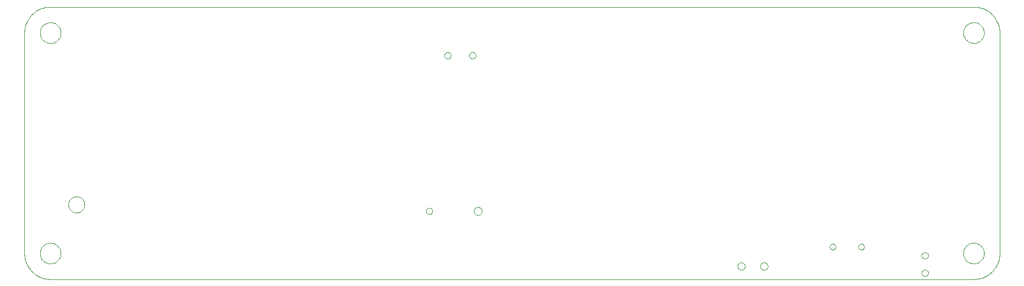
<source format=gbo>
G75*
G70*
%OFA0B0*%
%FSLAX24Y24*%
%IPPOS*%
%LPD*%
%AMOC8*
5,1,8,0,0,1.08239X$1,22.5*
%
%ADD10C,0.0000*%
D10*
X001725Y001109D02*
X057630Y001109D01*
X054481Y001483D02*
X054483Y001510D01*
X054489Y001537D01*
X054498Y001563D01*
X054511Y001587D01*
X054527Y001610D01*
X054546Y001629D01*
X054568Y001646D01*
X054592Y001660D01*
X054617Y001670D01*
X054644Y001677D01*
X054671Y001680D01*
X054699Y001679D01*
X054726Y001674D01*
X054752Y001666D01*
X054776Y001654D01*
X054799Y001638D01*
X054820Y001620D01*
X054837Y001599D01*
X054852Y001575D01*
X054863Y001550D01*
X054871Y001524D01*
X054875Y001497D01*
X054875Y001469D01*
X054871Y001442D01*
X054863Y001416D01*
X054852Y001391D01*
X054837Y001367D01*
X054820Y001346D01*
X054799Y001328D01*
X054777Y001312D01*
X054752Y001300D01*
X054726Y001292D01*
X054699Y001287D01*
X054671Y001286D01*
X054644Y001289D01*
X054617Y001296D01*
X054592Y001306D01*
X054568Y001320D01*
X054546Y001337D01*
X054527Y001356D01*
X054511Y001379D01*
X054498Y001403D01*
X054489Y001429D01*
X054483Y001456D01*
X054481Y001483D01*
X054481Y002546D02*
X054483Y002573D01*
X054489Y002600D01*
X054498Y002626D01*
X054511Y002650D01*
X054527Y002673D01*
X054546Y002692D01*
X054568Y002709D01*
X054592Y002723D01*
X054617Y002733D01*
X054644Y002740D01*
X054671Y002743D01*
X054699Y002742D01*
X054726Y002737D01*
X054752Y002729D01*
X054776Y002717D01*
X054799Y002701D01*
X054820Y002683D01*
X054837Y002662D01*
X054852Y002638D01*
X054863Y002613D01*
X054871Y002587D01*
X054875Y002560D01*
X054875Y002532D01*
X054871Y002505D01*
X054863Y002479D01*
X054852Y002454D01*
X054837Y002430D01*
X054820Y002409D01*
X054799Y002391D01*
X054777Y002375D01*
X054752Y002363D01*
X054726Y002355D01*
X054699Y002350D01*
X054671Y002349D01*
X054644Y002352D01*
X054617Y002359D01*
X054592Y002369D01*
X054568Y002383D01*
X054546Y002400D01*
X054527Y002419D01*
X054511Y002442D01*
X054498Y002466D01*
X054489Y002492D01*
X054483Y002519D01*
X054481Y002546D01*
X057000Y002684D02*
X057002Y002734D01*
X057008Y002784D01*
X057018Y002833D01*
X057032Y002881D01*
X057049Y002928D01*
X057070Y002973D01*
X057095Y003017D01*
X057123Y003058D01*
X057155Y003097D01*
X057189Y003134D01*
X057226Y003168D01*
X057266Y003198D01*
X057308Y003225D01*
X057352Y003249D01*
X057398Y003270D01*
X057445Y003286D01*
X057493Y003299D01*
X057543Y003308D01*
X057592Y003313D01*
X057643Y003314D01*
X057693Y003311D01*
X057742Y003304D01*
X057791Y003293D01*
X057839Y003278D01*
X057885Y003260D01*
X057930Y003238D01*
X057973Y003212D01*
X058014Y003183D01*
X058053Y003151D01*
X058089Y003116D01*
X058121Y003078D01*
X058151Y003038D01*
X058178Y002995D01*
X058201Y002951D01*
X058220Y002905D01*
X058236Y002857D01*
X058248Y002808D01*
X058256Y002759D01*
X058260Y002709D01*
X058260Y002659D01*
X058256Y002609D01*
X058248Y002560D01*
X058236Y002511D01*
X058220Y002463D01*
X058201Y002417D01*
X058178Y002373D01*
X058151Y002330D01*
X058121Y002290D01*
X058089Y002252D01*
X058053Y002217D01*
X058014Y002185D01*
X057973Y002156D01*
X057930Y002130D01*
X057885Y002108D01*
X057839Y002090D01*
X057791Y002075D01*
X057742Y002064D01*
X057693Y002057D01*
X057643Y002054D01*
X057592Y002055D01*
X057543Y002060D01*
X057493Y002069D01*
X057445Y002082D01*
X057398Y002098D01*
X057352Y002119D01*
X057308Y002143D01*
X057266Y002170D01*
X057226Y002200D01*
X057189Y002234D01*
X057155Y002271D01*
X057123Y002310D01*
X057095Y002351D01*
X057070Y002395D01*
X057049Y002440D01*
X057032Y002487D01*
X057018Y002535D01*
X057008Y002584D01*
X057002Y002634D01*
X057000Y002684D01*
X057630Y001109D02*
X057707Y001111D01*
X057784Y001117D01*
X057861Y001126D01*
X057937Y001139D01*
X058013Y001156D01*
X058087Y001177D01*
X058161Y001201D01*
X058233Y001229D01*
X058303Y001260D01*
X058372Y001295D01*
X058440Y001333D01*
X058505Y001374D01*
X058568Y001419D01*
X058629Y001467D01*
X058688Y001517D01*
X058744Y001570D01*
X058797Y001626D01*
X058847Y001685D01*
X058895Y001746D01*
X058940Y001809D01*
X058981Y001874D01*
X059019Y001942D01*
X059054Y002011D01*
X059085Y002081D01*
X059113Y002153D01*
X059137Y002227D01*
X059158Y002301D01*
X059175Y002377D01*
X059188Y002453D01*
X059197Y002530D01*
X059203Y002607D01*
X059205Y002684D01*
X059205Y016070D01*
X057000Y016070D02*
X057002Y016120D01*
X057008Y016170D01*
X057018Y016219D01*
X057032Y016267D01*
X057049Y016314D01*
X057070Y016359D01*
X057095Y016403D01*
X057123Y016444D01*
X057155Y016483D01*
X057189Y016520D01*
X057226Y016554D01*
X057266Y016584D01*
X057308Y016611D01*
X057352Y016635D01*
X057398Y016656D01*
X057445Y016672D01*
X057493Y016685D01*
X057543Y016694D01*
X057592Y016699D01*
X057643Y016700D01*
X057693Y016697D01*
X057742Y016690D01*
X057791Y016679D01*
X057839Y016664D01*
X057885Y016646D01*
X057930Y016624D01*
X057973Y016598D01*
X058014Y016569D01*
X058053Y016537D01*
X058089Y016502D01*
X058121Y016464D01*
X058151Y016424D01*
X058178Y016381D01*
X058201Y016337D01*
X058220Y016291D01*
X058236Y016243D01*
X058248Y016194D01*
X058256Y016145D01*
X058260Y016095D01*
X058260Y016045D01*
X058256Y015995D01*
X058248Y015946D01*
X058236Y015897D01*
X058220Y015849D01*
X058201Y015803D01*
X058178Y015759D01*
X058151Y015716D01*
X058121Y015676D01*
X058089Y015638D01*
X058053Y015603D01*
X058014Y015571D01*
X057973Y015542D01*
X057930Y015516D01*
X057885Y015494D01*
X057839Y015476D01*
X057791Y015461D01*
X057742Y015450D01*
X057693Y015443D01*
X057643Y015440D01*
X057592Y015441D01*
X057543Y015446D01*
X057493Y015455D01*
X057445Y015468D01*
X057398Y015484D01*
X057352Y015505D01*
X057308Y015529D01*
X057266Y015556D01*
X057226Y015586D01*
X057189Y015620D01*
X057155Y015657D01*
X057123Y015696D01*
X057095Y015737D01*
X057070Y015781D01*
X057049Y015826D01*
X057032Y015873D01*
X057018Y015921D01*
X057008Y015970D01*
X057002Y016020D01*
X057000Y016070D01*
X057630Y017645D02*
X057707Y017643D01*
X057784Y017637D01*
X057861Y017628D01*
X057937Y017615D01*
X058013Y017598D01*
X058087Y017577D01*
X058161Y017553D01*
X058233Y017525D01*
X058303Y017494D01*
X058372Y017459D01*
X058440Y017421D01*
X058505Y017380D01*
X058568Y017335D01*
X058629Y017287D01*
X058688Y017237D01*
X058744Y017184D01*
X058797Y017128D01*
X058847Y017069D01*
X058895Y017008D01*
X058940Y016945D01*
X058981Y016880D01*
X059019Y016812D01*
X059054Y016743D01*
X059085Y016673D01*
X059113Y016601D01*
X059137Y016527D01*
X059158Y016453D01*
X059175Y016377D01*
X059188Y016301D01*
X059197Y016224D01*
X059203Y016147D01*
X059205Y016070D01*
X057630Y017645D02*
X001725Y017645D01*
X001095Y016070D02*
X001097Y016120D01*
X001103Y016170D01*
X001113Y016219D01*
X001127Y016267D01*
X001144Y016314D01*
X001165Y016359D01*
X001190Y016403D01*
X001218Y016444D01*
X001250Y016483D01*
X001284Y016520D01*
X001321Y016554D01*
X001361Y016584D01*
X001403Y016611D01*
X001447Y016635D01*
X001493Y016656D01*
X001540Y016672D01*
X001588Y016685D01*
X001638Y016694D01*
X001687Y016699D01*
X001738Y016700D01*
X001788Y016697D01*
X001837Y016690D01*
X001886Y016679D01*
X001934Y016664D01*
X001980Y016646D01*
X002025Y016624D01*
X002068Y016598D01*
X002109Y016569D01*
X002148Y016537D01*
X002184Y016502D01*
X002216Y016464D01*
X002246Y016424D01*
X002273Y016381D01*
X002296Y016337D01*
X002315Y016291D01*
X002331Y016243D01*
X002343Y016194D01*
X002351Y016145D01*
X002355Y016095D01*
X002355Y016045D01*
X002351Y015995D01*
X002343Y015946D01*
X002331Y015897D01*
X002315Y015849D01*
X002296Y015803D01*
X002273Y015759D01*
X002246Y015716D01*
X002216Y015676D01*
X002184Y015638D01*
X002148Y015603D01*
X002109Y015571D01*
X002068Y015542D01*
X002025Y015516D01*
X001980Y015494D01*
X001934Y015476D01*
X001886Y015461D01*
X001837Y015450D01*
X001788Y015443D01*
X001738Y015440D01*
X001687Y015441D01*
X001638Y015446D01*
X001588Y015455D01*
X001540Y015468D01*
X001493Y015484D01*
X001447Y015505D01*
X001403Y015529D01*
X001361Y015556D01*
X001321Y015586D01*
X001284Y015620D01*
X001250Y015657D01*
X001218Y015696D01*
X001190Y015737D01*
X001165Y015781D01*
X001144Y015826D01*
X001127Y015873D01*
X001113Y015921D01*
X001103Y015970D01*
X001097Y016020D01*
X001095Y016070D01*
X000150Y016070D02*
X000152Y016147D01*
X000158Y016224D01*
X000167Y016301D01*
X000180Y016377D01*
X000197Y016453D01*
X000218Y016527D01*
X000242Y016601D01*
X000270Y016673D01*
X000301Y016743D01*
X000336Y016812D01*
X000374Y016880D01*
X000415Y016945D01*
X000460Y017008D01*
X000508Y017069D01*
X000558Y017128D01*
X000611Y017184D01*
X000667Y017237D01*
X000726Y017287D01*
X000787Y017335D01*
X000850Y017380D01*
X000915Y017421D01*
X000983Y017459D01*
X001052Y017494D01*
X001122Y017525D01*
X001194Y017553D01*
X001268Y017577D01*
X001342Y017598D01*
X001418Y017615D01*
X001494Y017628D01*
X001571Y017637D01*
X001648Y017643D01*
X001725Y017645D01*
X000150Y016070D02*
X000150Y002684D01*
X001095Y002684D02*
X001097Y002734D01*
X001103Y002784D01*
X001113Y002833D01*
X001127Y002881D01*
X001144Y002928D01*
X001165Y002973D01*
X001190Y003017D01*
X001218Y003058D01*
X001250Y003097D01*
X001284Y003134D01*
X001321Y003168D01*
X001361Y003198D01*
X001403Y003225D01*
X001447Y003249D01*
X001493Y003270D01*
X001540Y003286D01*
X001588Y003299D01*
X001638Y003308D01*
X001687Y003313D01*
X001738Y003314D01*
X001788Y003311D01*
X001837Y003304D01*
X001886Y003293D01*
X001934Y003278D01*
X001980Y003260D01*
X002025Y003238D01*
X002068Y003212D01*
X002109Y003183D01*
X002148Y003151D01*
X002184Y003116D01*
X002216Y003078D01*
X002246Y003038D01*
X002273Y002995D01*
X002296Y002951D01*
X002315Y002905D01*
X002331Y002857D01*
X002343Y002808D01*
X002351Y002759D01*
X002355Y002709D01*
X002355Y002659D01*
X002351Y002609D01*
X002343Y002560D01*
X002331Y002511D01*
X002315Y002463D01*
X002296Y002417D01*
X002273Y002373D01*
X002246Y002330D01*
X002216Y002290D01*
X002184Y002252D01*
X002148Y002217D01*
X002109Y002185D01*
X002068Y002156D01*
X002025Y002130D01*
X001980Y002108D01*
X001934Y002090D01*
X001886Y002075D01*
X001837Y002064D01*
X001788Y002057D01*
X001738Y002054D01*
X001687Y002055D01*
X001638Y002060D01*
X001588Y002069D01*
X001540Y002082D01*
X001493Y002098D01*
X001447Y002119D01*
X001403Y002143D01*
X001361Y002170D01*
X001321Y002200D01*
X001284Y002234D01*
X001250Y002271D01*
X001218Y002310D01*
X001190Y002351D01*
X001165Y002395D01*
X001144Y002440D01*
X001127Y002487D01*
X001113Y002535D01*
X001103Y002584D01*
X001097Y002634D01*
X001095Y002684D01*
X000150Y002684D02*
X000152Y002607D01*
X000158Y002530D01*
X000167Y002453D01*
X000180Y002377D01*
X000197Y002301D01*
X000218Y002227D01*
X000242Y002153D01*
X000270Y002081D01*
X000301Y002011D01*
X000336Y001942D01*
X000374Y001874D01*
X000415Y001809D01*
X000460Y001746D01*
X000508Y001685D01*
X000558Y001626D01*
X000611Y001570D01*
X000667Y001517D01*
X000726Y001467D01*
X000787Y001419D01*
X000850Y001374D01*
X000915Y001333D01*
X000983Y001295D01*
X001052Y001260D01*
X001122Y001229D01*
X001194Y001201D01*
X001268Y001177D01*
X001342Y001156D01*
X001418Y001139D01*
X001494Y001126D01*
X001571Y001117D01*
X001648Y001111D01*
X001725Y001109D01*
X002808Y005637D02*
X002810Y005681D01*
X002816Y005725D01*
X002826Y005768D01*
X002839Y005810D01*
X002857Y005850D01*
X002878Y005889D01*
X002902Y005926D01*
X002929Y005961D01*
X002960Y005993D01*
X002993Y006022D01*
X003029Y006048D01*
X003067Y006070D01*
X003107Y006089D01*
X003148Y006105D01*
X003191Y006117D01*
X003234Y006125D01*
X003278Y006129D01*
X003322Y006129D01*
X003366Y006125D01*
X003409Y006117D01*
X003452Y006105D01*
X003493Y006089D01*
X003533Y006070D01*
X003571Y006048D01*
X003607Y006022D01*
X003640Y005993D01*
X003671Y005961D01*
X003698Y005926D01*
X003722Y005889D01*
X003743Y005850D01*
X003761Y005810D01*
X003774Y005768D01*
X003784Y005725D01*
X003790Y005681D01*
X003792Y005637D01*
X003790Y005593D01*
X003784Y005549D01*
X003774Y005506D01*
X003761Y005464D01*
X003743Y005424D01*
X003722Y005385D01*
X003698Y005348D01*
X003671Y005313D01*
X003640Y005281D01*
X003607Y005252D01*
X003571Y005226D01*
X003533Y005204D01*
X003493Y005185D01*
X003452Y005169D01*
X003409Y005157D01*
X003366Y005149D01*
X003322Y005145D01*
X003278Y005145D01*
X003234Y005149D01*
X003191Y005157D01*
X003148Y005169D01*
X003107Y005185D01*
X003067Y005204D01*
X003029Y005226D01*
X002993Y005252D01*
X002960Y005281D01*
X002929Y005313D01*
X002902Y005348D01*
X002878Y005385D01*
X002857Y005424D01*
X002839Y005464D01*
X002826Y005506D01*
X002816Y005549D01*
X002810Y005593D01*
X002808Y005637D01*
X024461Y005243D02*
X024463Y005270D01*
X024469Y005297D01*
X024478Y005323D01*
X024491Y005347D01*
X024507Y005370D01*
X024526Y005389D01*
X024548Y005406D01*
X024572Y005420D01*
X024597Y005430D01*
X024624Y005437D01*
X024651Y005440D01*
X024679Y005439D01*
X024706Y005434D01*
X024732Y005426D01*
X024756Y005414D01*
X024779Y005398D01*
X024800Y005380D01*
X024817Y005359D01*
X024832Y005335D01*
X024843Y005310D01*
X024851Y005284D01*
X024855Y005257D01*
X024855Y005229D01*
X024851Y005202D01*
X024843Y005176D01*
X024832Y005151D01*
X024817Y005127D01*
X024800Y005106D01*
X024779Y005088D01*
X024757Y005072D01*
X024732Y005060D01*
X024706Y005052D01*
X024679Y005047D01*
X024651Y005046D01*
X024624Y005049D01*
X024597Y005056D01*
X024572Y005066D01*
X024548Y005080D01*
X024526Y005097D01*
X024507Y005116D01*
X024491Y005139D01*
X024478Y005163D01*
X024469Y005189D01*
X024463Y005216D01*
X024461Y005243D01*
X027365Y005243D02*
X027367Y005274D01*
X027373Y005304D01*
X027382Y005334D01*
X027395Y005362D01*
X027412Y005388D01*
X027432Y005411D01*
X027454Y005433D01*
X027479Y005451D01*
X027506Y005466D01*
X027535Y005477D01*
X027565Y005485D01*
X027596Y005489D01*
X027626Y005489D01*
X027657Y005485D01*
X027687Y005477D01*
X027716Y005466D01*
X027743Y005451D01*
X027768Y005433D01*
X027790Y005411D01*
X027810Y005388D01*
X027827Y005362D01*
X027840Y005334D01*
X027849Y005304D01*
X027855Y005274D01*
X027857Y005243D01*
X027855Y005212D01*
X027849Y005182D01*
X027840Y005152D01*
X027827Y005124D01*
X027810Y005098D01*
X027790Y005075D01*
X027768Y005053D01*
X027743Y005035D01*
X027716Y005020D01*
X027687Y005009D01*
X027657Y005001D01*
X027626Y004997D01*
X027596Y004997D01*
X027565Y005001D01*
X027535Y005009D01*
X027506Y005020D01*
X027479Y005035D01*
X027454Y005053D01*
X027432Y005075D01*
X027412Y005098D01*
X027395Y005124D01*
X027382Y005152D01*
X027373Y005182D01*
X027367Y005212D01*
X027365Y005243D01*
X043330Y001897D02*
X043332Y001926D01*
X043338Y001955D01*
X043347Y001983D01*
X043360Y002010D01*
X043377Y002035D01*
X043396Y002057D01*
X043418Y002076D01*
X043443Y002093D01*
X043470Y002106D01*
X043498Y002115D01*
X043527Y002121D01*
X043556Y002123D01*
X043585Y002121D01*
X043614Y002115D01*
X043642Y002106D01*
X043669Y002093D01*
X043694Y002076D01*
X043716Y002057D01*
X043735Y002035D01*
X043752Y002010D01*
X043765Y001983D01*
X043774Y001955D01*
X043780Y001926D01*
X043782Y001897D01*
X043780Y001868D01*
X043774Y001839D01*
X043765Y001811D01*
X043752Y001784D01*
X043735Y001759D01*
X043716Y001737D01*
X043694Y001718D01*
X043669Y001701D01*
X043642Y001688D01*
X043614Y001679D01*
X043585Y001673D01*
X043556Y001671D01*
X043527Y001673D01*
X043498Y001679D01*
X043470Y001688D01*
X043443Y001701D01*
X043418Y001718D01*
X043396Y001737D01*
X043377Y001759D01*
X043360Y001784D01*
X043347Y001811D01*
X043338Y001839D01*
X043332Y001868D01*
X043330Y001897D01*
X044707Y001897D02*
X044709Y001926D01*
X044715Y001955D01*
X044724Y001983D01*
X044737Y002010D01*
X044754Y002035D01*
X044773Y002057D01*
X044795Y002076D01*
X044820Y002093D01*
X044847Y002106D01*
X044875Y002115D01*
X044904Y002121D01*
X044933Y002123D01*
X044962Y002121D01*
X044991Y002115D01*
X045019Y002106D01*
X045046Y002093D01*
X045071Y002076D01*
X045093Y002057D01*
X045112Y002035D01*
X045129Y002010D01*
X045142Y001983D01*
X045151Y001955D01*
X045157Y001926D01*
X045159Y001897D01*
X045157Y001868D01*
X045151Y001839D01*
X045142Y001811D01*
X045129Y001784D01*
X045112Y001759D01*
X045093Y001737D01*
X045071Y001718D01*
X045046Y001701D01*
X045019Y001688D01*
X044991Y001679D01*
X044962Y001673D01*
X044933Y001671D01*
X044904Y001673D01*
X044875Y001679D01*
X044847Y001688D01*
X044820Y001701D01*
X044795Y001718D01*
X044773Y001737D01*
X044754Y001759D01*
X044737Y001784D01*
X044724Y001811D01*
X044715Y001839D01*
X044709Y001868D01*
X044707Y001897D01*
X048910Y003078D02*
X048912Y003104D01*
X048918Y003130D01*
X048928Y003155D01*
X048941Y003178D01*
X048957Y003198D01*
X048977Y003216D01*
X048999Y003231D01*
X049022Y003243D01*
X049048Y003251D01*
X049074Y003255D01*
X049100Y003255D01*
X049126Y003251D01*
X049152Y003243D01*
X049176Y003231D01*
X049197Y003216D01*
X049217Y003198D01*
X049233Y003178D01*
X049246Y003155D01*
X049256Y003130D01*
X049262Y003104D01*
X049264Y003078D01*
X049262Y003052D01*
X049256Y003026D01*
X049246Y003001D01*
X049233Y002978D01*
X049217Y002958D01*
X049197Y002940D01*
X049175Y002925D01*
X049152Y002913D01*
X049126Y002905D01*
X049100Y002901D01*
X049074Y002901D01*
X049048Y002905D01*
X049022Y002913D01*
X048998Y002925D01*
X048977Y002940D01*
X048957Y002958D01*
X048941Y002978D01*
X048928Y003001D01*
X048918Y003026D01*
X048912Y003052D01*
X048910Y003078D01*
X050642Y003078D02*
X050644Y003104D01*
X050650Y003130D01*
X050660Y003155D01*
X050673Y003178D01*
X050689Y003198D01*
X050709Y003216D01*
X050731Y003231D01*
X050754Y003243D01*
X050780Y003251D01*
X050806Y003255D01*
X050832Y003255D01*
X050858Y003251D01*
X050884Y003243D01*
X050908Y003231D01*
X050929Y003216D01*
X050949Y003198D01*
X050965Y003178D01*
X050978Y003155D01*
X050988Y003130D01*
X050994Y003104D01*
X050996Y003078D01*
X050994Y003052D01*
X050988Y003026D01*
X050978Y003001D01*
X050965Y002978D01*
X050949Y002958D01*
X050929Y002940D01*
X050907Y002925D01*
X050884Y002913D01*
X050858Y002905D01*
X050832Y002901D01*
X050806Y002901D01*
X050780Y002905D01*
X050754Y002913D01*
X050730Y002925D01*
X050709Y002940D01*
X050689Y002958D01*
X050673Y002978D01*
X050660Y003001D01*
X050650Y003026D01*
X050644Y003052D01*
X050642Y003078D01*
X027081Y014692D02*
X027083Y014719D01*
X027089Y014746D01*
X027098Y014772D01*
X027111Y014796D01*
X027127Y014819D01*
X027146Y014838D01*
X027168Y014855D01*
X027192Y014869D01*
X027217Y014879D01*
X027244Y014886D01*
X027271Y014889D01*
X027299Y014888D01*
X027326Y014883D01*
X027352Y014875D01*
X027376Y014863D01*
X027399Y014847D01*
X027420Y014829D01*
X027437Y014808D01*
X027452Y014784D01*
X027463Y014759D01*
X027471Y014733D01*
X027475Y014706D01*
X027475Y014678D01*
X027471Y014651D01*
X027463Y014625D01*
X027452Y014600D01*
X027437Y014576D01*
X027420Y014555D01*
X027399Y014537D01*
X027377Y014521D01*
X027352Y014509D01*
X027326Y014501D01*
X027299Y014496D01*
X027271Y014495D01*
X027244Y014498D01*
X027217Y014505D01*
X027192Y014515D01*
X027168Y014529D01*
X027146Y014546D01*
X027127Y014565D01*
X027111Y014588D01*
X027098Y014612D01*
X027089Y014638D01*
X027083Y014665D01*
X027081Y014692D01*
X025581Y014692D02*
X025583Y014719D01*
X025589Y014746D01*
X025598Y014772D01*
X025611Y014796D01*
X025627Y014819D01*
X025646Y014838D01*
X025668Y014855D01*
X025692Y014869D01*
X025717Y014879D01*
X025744Y014886D01*
X025771Y014889D01*
X025799Y014888D01*
X025826Y014883D01*
X025852Y014875D01*
X025876Y014863D01*
X025899Y014847D01*
X025920Y014829D01*
X025937Y014808D01*
X025952Y014784D01*
X025963Y014759D01*
X025971Y014733D01*
X025975Y014706D01*
X025975Y014678D01*
X025971Y014651D01*
X025963Y014625D01*
X025952Y014600D01*
X025937Y014576D01*
X025920Y014555D01*
X025899Y014537D01*
X025877Y014521D01*
X025852Y014509D01*
X025826Y014501D01*
X025799Y014496D01*
X025771Y014495D01*
X025744Y014498D01*
X025717Y014505D01*
X025692Y014515D01*
X025668Y014529D01*
X025646Y014546D01*
X025627Y014565D01*
X025611Y014588D01*
X025598Y014612D01*
X025589Y014638D01*
X025583Y014665D01*
X025581Y014692D01*
M02*

</source>
